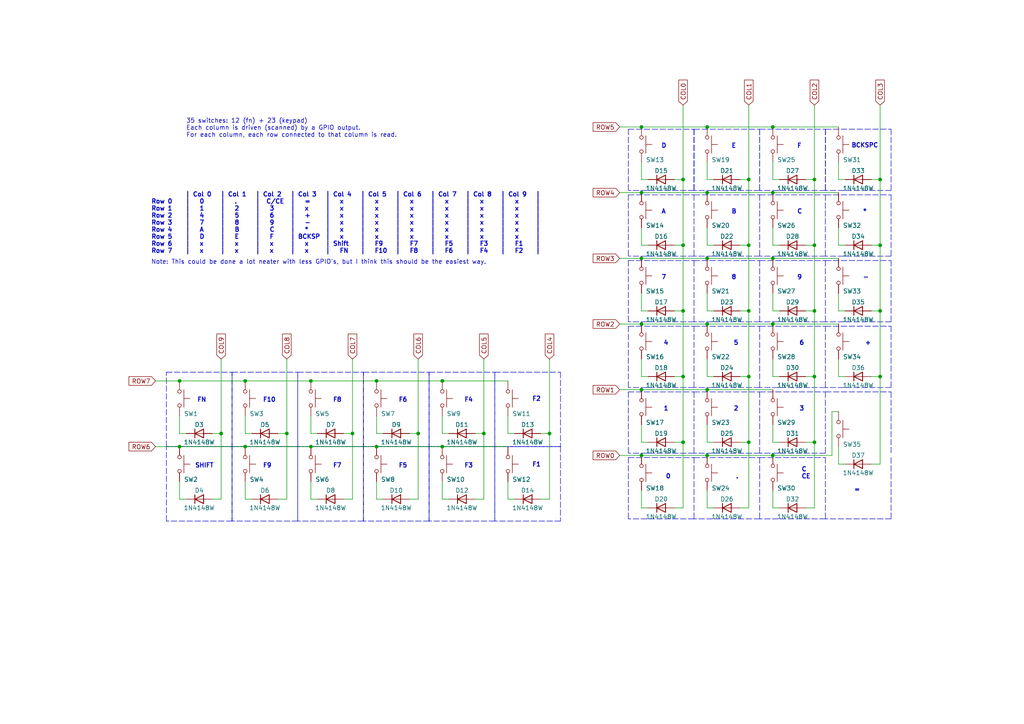
<source format=kicad_sch>
(kicad_sch (version 20211123) (generator eeschema)
  (paper "A4")
  (lib_symbols
    (symbol "Diode:1N4148W" (pin_numbers hide) (pin_names (offset 1.016) hide)
      (property "Reference" "D" (at 0 2.54 0))
      (property "Value" "1N4148W" (at 0 -2.54 0))
      (symbol "1N4148W_0_1"
        (polyline (pts (xy -1.27 1.27) (xy -1.27 -1.27)) (stroke (width 0.254)))
        (polyline (pts (xy 1.27 0) (xy -1.27 0)))
        (polyline (pts (xy 1.27 1.27) (xy 1.27 -1.27) (xy -1.27 0) (xy 1.27 1.27)) (stroke (width 0.254)))
      )
      (symbol "1N4148W_1_1"
        (pin passive line (at -3.81 0 0) (length 2.54) (name "K") (number "1"))
        (pin passive line (at 3.81 0 180) (length 2.54) (name "A") (number "2"))
      )
    )
    (symbol "Switch:SW_Push" (pin_numbers hide) (pin_names (offset 1.016) hide)
      (property "Reference" "SW" (at 1.27 2.54 0))
      (property "Value" "SW_Push" (at 0 -1.524 0))
      (symbol "SW_Push_0_1"
        (circle (center -2.032 0) (radius 0.508))
        (polyline (pts (xy 0 1.27) (xy 0 3.048)))
        (polyline (pts (xy 2.54 1.27) (xy -2.54 1.27)))
        (circle (center 2.032 0) (radius 0.508))
        (pin passive line (at -5.08 0 0) (length 2.54) (name "1") (number "1"))
        (pin passive line (at 5.08 0 180) (length 2.54) (name "2") (number "2"))
      )
    )
  )
  (junction (at 198.12 52.07))
  (junction (at 71.12 129.54))
  (junction (at 198.12 71.12))
  (junction (at 102.235 125.73))
  (junction (at 159.385 125.73))
  (junction (at 217.17 128.27))
  (junction (at 236.22 128.27))
  (junction (at 217.17 109.22))
  (junction (at 198.12 109.22))
  (junction (at 236.22 71.12))
  (junction (at 205.105 74.93))
  (junction (at 205.105 93.98))
  (junction (at 205.105 113.03))
  (junction (at 109.22 129.54))
  (junction (at 224.155 74.93))
  (junction (at 186.055 74.93))
  (junction (at 236.22 90.17))
  (junction (at 90.17 129.54))
  (junction (at 71.12 110.49))
  (junction (at 255.27 109.22))
  (junction (at 255.27 90.17))
  (junction (at 198.12 90.17))
  (junction (at 109.22 110.49))
  (junction (at 224.155 36.83))
  (junction (at 224.155 93.98))
  (junction (at 128.27 110.49))
  (junction (at 198.12 128.27))
  (junction (at 121.285 125.73))
  (junction (at 83.185 125.73))
  (junction (at 64.135 125.73))
  (junction (at 128.27 129.54))
  (junction (at 217.17 90.17))
  (junction (at 255.27 52.07))
  (junction (at 255.27 71.12))
  (junction (at 186.055 36.83))
  (junction (at 205.105 55.88))
  (junction (at 217.17 52.07))
  (junction (at 186.055 93.98))
  (junction (at 205.105 132.08))
  (junction (at 90.17 110.49))
  (junction (at 186.055 132.08))
  (junction (at 186.055 113.03))
  (junction (at 52.07 129.54))
  (junction (at 52.07 110.49))
  (junction (at 224.155 132.08))
  (junction (at 186.055 55.88))
  (junction (at 236.22 109.22))
  (junction (at 236.22 52.07))
  (junction (at 217.17 71.12))
  (junction (at 224.155 55.88))
  (junction (at 205.105 36.83))
  (junction (at 140.335 125.73))
  (wire (pts (xy 128.27 110.49) (xy 147.32 110.49)))
  (wire (pts (xy 224.155 52.07) (xy 224.155 46.99)))
  (polyline (pts (xy 143.51 151.13) (xy 143.51 129.54)))
  (wire (pts (xy 243.205 52.07) (xy 243.205 46.99)))
  (polyline (pts (xy 143.51 129.54) (xy 124.46 129.54)))
  (polyline (pts (xy 220.345 37.465) (xy 220.345 55.245)))
  (wire (pts (xy 186.055 90.17) (xy 186.055 85.09)))
  (wire (pts (xy 224.155 71.12) (xy 224.155 66.04)))
  (wire (pts (xy 217.17 90.17) (xy 217.17 109.22)))
  (wire (pts (xy 233.68 128.27) (xy 236.22 128.27)))
  (polyline (pts (xy 201.295 37.465) (xy 201.295 55.245)))
  (polyline (pts (xy 182.245 132.715) (xy 182.245 150.495)))
  (wire (pts (xy 224.155 36.83) (xy 243.205 36.83)))
  (wire (pts (xy 186.055 74.93) (xy 205.105 74.93)))
  (wire (pts (xy 128.27 125.73) (xy 128.27 120.65)))
  (wire (pts (xy 187.96 90.17) (xy 186.055 90.17)))
  (polyline (pts (xy 220.345 150.495) (xy 201.295 150.495)))
  (polyline (pts (xy 105.41 151.13) (xy 86.36 151.13)))
  (polyline (pts (xy 220.345 113.665) (xy 239.395 113.665)))
  (wire (pts (xy 252.73 52.07) (xy 255.27 52.07)))
  (polyline (pts (xy 182.245 113.665) (xy 201.295 113.665)))
  (polyline (pts (xy 239.395 94.615) (xy 258.445 94.615)))
  (wire (pts (xy 195.58 71.12) (xy 198.12 71.12)))
  (wire (pts (xy 186.055 128.27) (xy 186.055 123.19)))
  (wire (pts (xy 195.58 128.27) (xy 198.12 128.27)))
  (polyline (pts (xy 220.345 93.345) (xy 201.295 93.345)))
  (wire (pts (xy 233.68 71.12) (xy 236.22 71.12)))
  (wire (pts (xy 205.105 71.12) (xy 205.105 66.04)))
  (polyline (pts (xy 239.395 75.565) (xy 258.445 75.565)))
  (wire (pts (xy 198.12 109.22) (xy 198.12 128.27)))
  (wire (pts (xy 64.135 125.73) (xy 64.135 144.78)))
  (polyline (pts (xy 48.26 129.54) (xy 48.26 107.95)))
  (polyline (pts (xy 258.445 56.515) (xy 258.445 74.295)))
  (polyline (pts (xy 182.245 75.565) (xy 201.295 75.565)))
  (wire (pts (xy 186.055 52.07) (xy 186.055 46.99)))
  (wire (pts (xy 198.12 71.12) (xy 198.12 90.17)))
  (wire (pts (xy 252.73 109.22) (xy 255.27 109.22)))
  (polyline (pts (xy 162.56 129.54) (xy 162.56 151.13)))
  (wire (pts (xy 52.07 144.78) (xy 52.07 139.7)))
  (wire (pts (xy 217.17 71.12) (xy 217.17 90.17)))
  (wire (pts (xy 214.63 128.27) (xy 217.17 128.27)))
  (polyline (pts (xy 105.41 129.54) (xy 105.41 151.13)))
  (wire (pts (xy 159.385 104.14) (xy 159.385 125.73)))
  (wire (pts (xy 179.705 132.08) (xy 186.055 132.08)))
  (polyline (pts (xy 258.445 112.395) (xy 239.395 112.395)))
  (wire (pts (xy 205.105 74.93) (xy 224.155 74.93)))
  (wire (pts (xy 195.58 90.17) (xy 198.12 90.17)))
  (wire (pts (xy 207.01 147.32) (xy 205.105 147.32)))
  (wire (pts (xy 109.22 144.78) (xy 109.22 139.7)))
  (polyline (pts (xy 239.395 150.495) (xy 220.345 150.495)))
  (polyline (pts (xy 239.395 75.565) (xy 239.395 93.345)))
  (wire (pts (xy 243.205 71.12) (xy 243.205 66.04)))
  (polyline (pts (xy 220.345 56.515) (xy 220.345 74.295)))
  (polyline (pts (xy 258.445 93.345) (xy 239.395 93.345)))
  (wire (pts (xy 137.795 144.78) (xy 140.335 144.78)))
  (wire (pts (xy 92.075 125.73) (xy 90.17 125.73)))
  (polyline (pts (xy 67.31 129.54) (xy 48.26 129.54)))
  (polyline (pts (xy 124.46 129.54) (xy 124.46 151.13)))
  (polyline (pts (xy 201.295 56.515) (xy 201.295 74.295)))
  (wire (pts (xy 236.22 30.48) (xy 236.22 52.07)))
  (polyline (pts (xy 143.51 129.54) (xy 162.56 129.54)))
  (polyline (pts (xy 258.445 37.465) (xy 258.445 55.245)))
  (polyline (pts (xy 220.345 75.565) (xy 220.345 93.345)))
  (wire (pts (xy 90.17 110.49) (xy 109.22 110.49)))
  (wire (pts (xy 179.705 36.83) (xy 186.055 36.83)))
  (wire (pts (xy 214.63 52.07) (xy 217.17 52.07)))
  (wire (pts (xy 207.01 71.12) (xy 205.105 71.12)))
  (wire (pts (xy 186.055 132.08) (xy 205.105 132.08)))
  (polyline (pts (xy 258.445 150.495) (xy 239.395 150.495)))
  (wire (pts (xy 195.58 147.32) (xy 198.12 147.32)))
  (polyline (pts (xy 67.31 129.54) (xy 67.31 151.13)))
  (wire (pts (xy 205.105 109.22) (xy 205.105 104.14)))
  (wire (pts (xy 187.96 71.12) (xy 186.055 71.12)))
  (polyline (pts (xy 201.295 113.665) (xy 220.345 113.665)))
  (wire (pts (xy 52.07 125.73) (xy 52.07 120.65)))
  (wire (pts (xy 233.68 90.17) (xy 236.22 90.17)))
  (wire (pts (xy 186.055 93.98) (xy 205.105 93.98)))
  (wire (pts (xy 128.27 144.78) (xy 128.27 139.7)))
  (wire (pts (xy 187.96 128.27) (xy 186.055 128.27)))
  (wire (pts (xy 217.17 128.27) (xy 217.17 147.32)))
  (wire (pts (xy 236.22 71.12) (xy 236.22 90.17)))
  (wire (pts (xy 137.795 125.73) (xy 140.335 125.73)))
  (wire (pts (xy 121.285 104.14) (xy 121.285 125.73)))
  (polyline (pts (xy 239.395 37.465) (xy 258.445 37.465)))
  (wire (pts (xy 90.17 125.73) (xy 90.17 120.65)))
  (polyline (pts (xy 86.36 151.13) (xy 86.36 129.54)))
  (polyline (pts (xy 239.395 55.245) (xy 220.345 55.245)))
  (polyline (pts (xy 201.295 131.445) (xy 182.245 131.445)))
  (polyline (pts (xy 86.36 129.54) (xy 86.36 151.13)))
  (polyline (pts (xy 220.345 56.515) (xy 239.395 56.515)))
  (polyline (pts (xy 258.445 132.715) (xy 258.445 150.495)))
  (wire (pts (xy 45.085 129.54) (xy 52.07 129.54)))
  (polyline (pts (xy 162.56 151.13) (xy 143.51 151.13)))
  (polyline (pts (xy 143.51 107.95) (xy 162.56 107.95)))
  (wire (pts (xy 217.17 30.48) (xy 217.17 52.07)))
  (wire (pts (xy 109.22 125.73) (xy 109.22 120.65)))
  (polyline (pts (xy 258.445 94.615) (xy 258.445 112.395)))
  (wire (pts (xy 207.01 109.22) (xy 205.105 109.22)))
  (wire (pts (xy 45.085 110.49) (xy 52.07 110.49)))
  (wire (pts (xy 243.205 109.22) (xy 243.205 104.14)))
  (polyline (pts (xy 201.295 56.515) (xy 220.345 56.515)))
  (wire (pts (xy 140.335 104.14) (xy 140.335 125.73)))
  (polyline (pts (xy 86.36 151.13) (xy 67.31 151.13)))
  (wire (pts (xy 128.27 129.54) (xy 147.32 129.54)))
  (wire (pts (xy 241.3 119.38) (xy 243.205 119.38)))
  (wire (pts (xy 159.385 125.73) (xy 159.385 144.78)))
  (polyline (pts (xy 220.345 94.615) (xy 239.395 94.615)))
  (polyline (pts (xy 86.36 107.95) (xy 86.36 129.54)))
  (wire (pts (xy 255.27 109.22) (xy 255.27 134.62)))
  (polyline (pts (xy 201.295 94.615) (xy 201.295 112.395)))
  (wire (pts (xy 255.27 30.48) (xy 255.27 52.07)))
  (polyline (pts (xy 67.31 107.95) (xy 67.31 129.54)))
  (polyline (pts (xy 48.26 107.95) (xy 67.31 107.95)))
  (polyline (pts (xy 67.31 107.95) (xy 86.36 107.95)))
  (wire (pts (xy 186.055 71.12) (xy 186.055 66.04)))
  (polyline (pts (xy 220.345 75.565) (xy 239.395 75.565)))
  (polyline (pts (xy 220.345 132.715) (xy 220.345 150.495)))
  (polyline (pts (xy 239.395 113.665) (xy 239.395 131.445)))
  (wire (pts (xy 198.12 30.48) (xy 198.12 52.07)))
  (wire (pts (xy 195.58 52.07) (xy 198.12 52.07)))
  (polyline (pts (xy 239.395 112.395) (xy 220.345 112.395)))
  (polyline (pts (xy 220.345 131.445) (xy 201.295 131.445)))
  (wire (pts (xy 186.055 113.03) (xy 205.105 113.03)))
  (polyline (pts (xy 201.295 37.465) (xy 201.295 55.245)))
  (wire (pts (xy 205.105 90.17) (xy 205.105 85.09)))
  (polyline (pts (xy 239.395 56.515) (xy 258.445 56.515)))
  (wire (pts (xy 255.27 71.12) (xy 255.27 90.17)))
  (wire (pts (xy 149.225 144.78) (xy 147.32 144.78)))
  (wire (pts (xy 245.11 90.17) (xy 243.205 90.17)))
  (wire (pts (xy 207.01 52.07) (xy 205.105 52.07)))
  (polyline (pts (xy 239.395 113.665) (xy 258.445 113.665)))
  (wire (pts (xy 226.06 90.17) (xy 224.155 90.17)))
  (polyline (pts (xy 201.295 150.495) (xy 182.245 150.495)))
  (wire (pts (xy 111.125 125.73) (xy 109.22 125.73)))
  (wire (pts (xy 186.055 36.83) (xy 205.105 36.83)))
  (wire (pts (xy 73.025 125.73) (xy 71.12 125.73)))
  (wire (pts (xy 224.155 93.98) (xy 243.205 93.98)))
  (wire (pts (xy 187.96 147.32) (xy 186.055 147.32)))
  (polyline (pts (xy 201.295 132.715) (xy 220.345 132.715)))
  (polyline (pts (xy 201.295 55.245) (xy 182.245 55.245)))
  (wire (pts (xy 245.11 109.22) (xy 243.205 109.22)))
  (wire (pts (xy 92.075 144.78) (xy 90.17 144.78)))
  (wire (pts (xy 187.96 52.07) (xy 186.055 52.07)))
  (wire (pts (xy 52.07 110.49) (xy 71.12 110.49)))
  (polyline (pts (xy 220.345 94.615) (xy 220.345 112.395)))
  (wire (pts (xy 205.105 113.03) (xy 224.155 113.03)))
  (wire (pts (xy 224.155 109.22) (xy 224.155 104.14)))
  (wire (pts (xy 118.745 144.78) (xy 121.285 144.78)))
  (wire (pts (xy 83.185 125.73) (xy 83.185 144.78)))
  (wire (pts (xy 149.225 125.73) (xy 147.32 125.73)))
  (polyline (pts (xy 258.445 75.565) (xy 258.445 93.345)))
  (polyline (pts (xy 201.295 94.615) (xy 220.345 94.615)))
  (wire (pts (xy 252.73 90.17) (xy 255.27 90.17)))
  (polyline (pts (xy 105.41 129.54) (xy 105.41 107.95)))
  (polyline (pts (xy 67.31 129.54) (xy 86.36 129.54)))
  (polyline (pts (xy 258.445 113.665) (xy 258.445 131.445)))
  (wire (pts (xy 243.205 129.54) (xy 243.205 134.62)))
  (wire (pts (xy 236.22 52.07) (xy 236.22 71.12)))
  (polyline (pts (xy 220.345 112.395) (xy 201.295 112.395)))
  (wire (pts (xy 90.17 144.78) (xy 90.17 139.7)))
  (polyline (pts (xy 105.41 129.54) (xy 124.46 129.54)))
  (wire (pts (xy 71.12 125.73) (xy 71.12 120.65)))
  (wire (pts (xy 130.175 125.73) (xy 128.27 125.73)))
  (polyline (pts (xy 143.51 107.95) (xy 143.51 129.54)))
  (polyline (pts (xy 182.245 37.465) (xy 201.295 37.465)))
  (polyline (pts (xy 182.245 132.715) (xy 201.295 132.715)))
  (polyline (pts (xy 239.395 131.445) (xy 220.345 131.445)))
  (wire (pts (xy 198.12 128.27) (xy 198.12 147.32)))
  (wire (pts (xy 121.285 125.73) (xy 121.285 144.78)))
  (wire (pts (xy 217.17 52.07) (xy 217.17 71.12)))
  (wire (pts (xy 179.705 55.88) (xy 186.055 55.88)))
  (polyline (pts (xy 124.46 129.54) (xy 143.51 129.54)))
  (wire (pts (xy 214.63 147.32) (xy 217.17 147.32)))
  (wire (pts (xy 53.975 125.73) (xy 52.07 125.73)))
  (polyline (pts (xy 86.36 129.54) (xy 86.36 107.95)))
  (wire (pts (xy 111.125 144.78) (xy 109.22 144.78)))
  (polyline (pts (xy 124.46 151.13) (xy 124.46 129.54)))
  (wire (pts (xy 130.175 144.78) (xy 128.27 144.78)))
  (wire (pts (xy 99.695 125.73) (xy 102.235 125.73)))
  (wire (pts (xy 224.155 55.88) (xy 243.205 55.88)))
  (polyline (pts (xy 162.56 107.95) (xy 162.56 129.54)))
  (wire (pts (xy 53.975 144.78) (xy 52.07 144.78)))
  (wire (pts (xy 90.17 129.54) (xy 109.22 129.54)))
  (wire (pts (xy 226.06 147.32) (xy 224.155 147.32)))
  (polyline (pts (xy 201.295 75.565) (xy 201.295 93.345)))
  (polyline (pts (xy 239.395 94.615) (xy 239.395 112.395)))
  (polyline (pts (xy 86.36 129.54) (xy 67.31 129.54)))
  (wire (pts (xy 224.155 128.27) (xy 224.155 123.19)))
  (wire (pts (xy 245.11 134.62) (xy 243.205 134.62)))
  (wire (pts (xy 186.055 147.32) (xy 186.055 142.24)))
  (polyline (pts (xy 105.41 129.54) (xy 86.36 129.54)))
  (polyline (pts (xy 67.31 151.13) (xy 48.26 151.13)))
  (polyline (pts (xy 182.245 113.665) (xy 182.245 131.445)))
  (wire (pts (xy 179.705 74.93) (xy 186.055 74.93)))
  (polyline (pts (xy 182.245 56.515) (xy 182.245 74.295)))
  (wire (pts (xy 102.235 104.14) (xy 102.235 125.73)))
  (polyline (pts (xy 86.36 107.95) (xy 105.41 107.95)))
  (wire (pts (xy 214.63 109.22) (xy 217.17 109.22)))
  (wire (pts (xy 205.105 147.32) (xy 205.105 142.24)))
  (wire (pts (xy 71.12 144.78) (xy 71.12 139.7)))
  (polyline (pts (xy 143.51 129.54) (xy 143.51 107.95)))
  (polyline (pts (xy 201.295 113.665) (xy 201.295 131.445)))
  (wire (pts (xy 61.595 125.73) (xy 64.135 125.73)))
  (polyline (pts (xy 239.395 74.295) (xy 220.345 74.295)))
  (polyline (pts (xy 124.46 107.95) (xy 124.46 129.54)))
  (wire (pts (xy 179.705 113.03) (xy 186.055 113.03)))
  (polyline (pts (xy 201.295 37.465) (xy 220.345 37.465)))
  (polyline (pts (xy 143.51 129.54) (xy 143.51 151.13)))
  (wire (pts (xy 255.27 90.17) (xy 255.27 109.22)))
  (wire (pts (xy 241.3 132.08) (xy 241.3 119.38)))
  (wire (pts (xy 233.68 147.32) (xy 236.22 147.32)))
  (wire (pts (xy 195.58 109.22) (xy 198.12 109.22)))
  (polyline (pts (xy 124.46 129.54) (xy 124.46 107.95)))
  (wire (pts (xy 243.205 90.17) (xy 243.205 85.09)))
  (wire (pts (xy 224.155 132.08) (xy 241.3 132.08)))
  (wire (pts (xy 156.845 144.78) (xy 159.385 144.78)))
  (wire (pts (xy 255.27 52.07) (xy 255.27 71.12)))
  (polyline (pts (xy 220.345 37.465) (xy 239.395 37.465)))
  (polyline (pts (xy 162.56 129.54) (xy 143.51 129.54)))
  (wire (pts (xy 226.06 128.27) (xy 224.155 128.27)))
  (wire (pts (xy 224.155 147.32) (xy 224.155 142.24)))
  (wire (pts (xy 109.22 110.49) (xy 128.27 110.49)))
  (polyline (pts (xy 201.295 75.565) (xy 220.345 75.565)))
  (wire (pts (xy 186.055 109.22) (xy 186.055 104.14)))
  (polyline (pts (xy 182.245 37.465) (xy 182.245 55.245)))
  (polyline (pts (xy 67.31 129.54) (xy 67.31 107.95)))
  (wire (pts (xy 147.32 125.73) (xy 147.32 120.65)))
  (polyline (pts (xy 201.295 112.395) (xy 182.245 112.395)))
  (polyline (pts (xy 124.46 151.13) (xy 105.41 151.13)))
  (wire (pts (xy 205.105 55.88) (xy 224.155 55.88)))
  (wire (pts (xy 245.11 71.12) (xy 243.205 71.12)))
  (polyline (pts (xy 105.41 107.95) (xy 124.46 107.95)))
  (polyline (pts (xy 105.41 151.13) (xy 105.41 129.54)))
  (polyline (pts (xy 105.41 107.95) (xy 105.41 129.54)))
  (wire (pts (xy 217.17 109.22) (xy 217.17 128.27)))
  (wire (pts (xy 156.845 125.73) (xy 159.385 125.73)))
  (polyline (pts (xy 201.295 132.715) (xy 201.295 150.495)))
  (polyline (pts (xy 182.245 94.615) (xy 201.295 94.615)))
  (wire (pts (xy 52.07 129.54) (xy 71.12 129.54)))
  (wire (pts (xy 187.96 109.22) (xy 186.055 109.22)))
  (polyline (pts (xy 201.295 93.345) (xy 182.245 93.345)))
  (wire (pts (xy 207.01 128.27) (xy 205.105 128.27)))
  (polyline (pts (xy 182.245 56.515) (xy 201.295 56.515)))
  (wire (pts (xy 214.63 90.17) (xy 217.17 90.17)))
  (polyline (pts (xy 124.46 129.54) (xy 105.41 129.54)))
  (wire (pts (xy 226.06 52.07) (xy 224.155 52.07)))
  (wire (pts (xy 205.105 128.27) (xy 205.105 123.19)))
  (polyline (pts (xy 220.345 74.295) (xy 201.295 74.295)))
  (wire (pts (xy 224.155 90.17) (xy 224.155 85.09)))
  (wire (pts (xy 252.73 134.62) (xy 255.27 134.62)))
  (polyline (pts (xy 67.31 151.13) (xy 67.31 129.54)))
  (wire (pts (xy 207.01 90.17) (xy 205.105 90.17)))
  (wire (pts (xy 214.63 71.12) (xy 217.17 71.12)))
  (wire (pts (xy 64.135 104.14) (xy 64.135 125.73)))
  (wire (pts (xy 80.645 144.78) (xy 83.185 144.78)))
  (wire (pts (xy 236.22 109.22) (xy 236.22 128.27)))
  (polyline (pts (xy 239.395 56.515) (xy 239.395 74.295)))
  (wire (pts (xy 236.22 128.27) (xy 236.22 147.32)))
  (wire (pts (xy 226.06 109.22) (xy 224.155 109.22)))
  (wire (pts (xy 102.235 125.73) (xy 102.235 144.78)))
  (polyline (pts (xy 220.345 37.465) (xy 220.345 55.245)))
  (polyline (pts (xy 182.245 75.565) (xy 182.245 93.345)))
  (wire (pts (xy 224.155 74.93) (xy 243.205 74.93)))
  (wire (pts (xy 140.335 125.73) (xy 140.335 144.78)))
  (wire (pts (xy 233.68 52.07) (xy 236.22 52.07)))
  (wire (pts (xy 80.645 125.73) (xy 83.185 125.73)))
  (polyline (pts (xy 182.245 94.615) (xy 182.245 112.395)))
  (wire (pts (xy 186.055 55.88) (xy 205.105 55.88)))
  (wire (pts (xy 205.105 36.83) (xy 224.155 36.83)))
  (wire (pts (xy 71.12 110.49) (xy 90.17 110.49)))
  (polyline (pts (xy 220.345 113.665) (xy 220.345 131.445)))
  (wire (pts (xy 205.105 52.07) (xy 205.105 46.99)))
  (wire (pts (xy 147.32 144.78) (xy 147.32 139.7)))
  (wire (pts (xy 61.595 144.78) (xy 64.135 144.78)))
  (wire (pts (xy 109.22 129.54) (xy 128.27 129.54)))
  (polyline (pts (xy 220.345 132.715) (xy 239.395 132.715)))
  (wire (pts (xy 233.68 109.22) (xy 236.22 109.22)))
  (polyline (pts (xy 239.395 132.715) (xy 239.395 150.495)))
  (wire (pts (xy 73.025 144.78) (xy 71.12 144.78)))
  (wire (pts (xy 226.06 71.12) (xy 224.155 71.12)))
  (wire (pts (xy 198.12 90.17) (xy 198.12 109.22)))
  (polyline (pts (xy 143.51 151.13) (xy 124.46 151.13)))
  (polyline (pts (xy 124.46 107.95) (xy 143.51 107.95)))
  (polyline (pts (xy 239.395 37.465) (xy 239.395 55.245)))
  (wire (pts (xy 118.745 125.73) (xy 121.285 125.73)))
  (polyline (pts (xy 258.445 55.245) (xy 239.395 55.245)))
  (polyline (pts (xy 258.445 74.295) (xy 239.395 74.295)))
  (wire (pts (xy 252.73 71.12) (xy 255.27 71.12)))
  (polyline (pts (xy 239.395 93.345) (xy 220.345 93.345)))
  (wire (pts (xy 205.105 93.98) (xy 224.155 93.98)))
  (wire (pts (xy 245.11 52.07) (xy 243.205 52.07)))
  (wire (pts (xy 179.705 93.98) (xy 186.055 93.98)))
  (wire (pts (xy 198.12 52.07) (xy 198.12 71.12)))
  (polyline (pts (xy 48.26 151.13) (xy 48.26 129.54)))
  (polyline (pts (xy 86.36 129.54) (xy 105.41 129.54)))
  (wire (pts (xy 236.22 90.17) (xy 236.22 109.22)))
  (polyline (pts (xy 239.395 37.465) (xy 239.395 55.245)))
  (wire (pts (xy 99.695 144.78) (xy 102.235 144.78)))
  (wire (pts (xy 71.12 129.54) (xy 90.17 129.54)))
  (wire (pts (xy 83.185 104.14) (xy 83.185 125.73)))
  (polyline (pts (xy 220.345 55.245) (xy 201.295 55.245)))
  (polyline (pts (xy 201.295 74.295) (xy 182.245 74.295)))
  (wire (pts (xy 205.105 132.08) (xy 224.155 132.08)))
  (polyline (pts (xy 48.26 129.54) (xy 67.31 129.54)))
  (text "F6" (at 115.57 116.84 0) (effects (font (size 1.27 1.27) bold) (justify left bottom)))
  (text "0" (at 193.04 139.065 0) (effects (font (size 1.27 1.27) (thickness 0.254) bold) (justify left bottom)))
  (text "SHIFT" (at 56.515 135.89 0) (effects (font (size 1.27 1.27) (thickness 0.254) bold) (justify left bottom)))
  (text "		| Col 0	| Col 1	| Col 2	| Col 3	| Col 4	| Col 5	| Col 6	| Col 7	| Col 8	| Col 9	| \nRow 0 	|   0	|   .	|  C/CE	|   =	|   x	|   x	|   x	|   x	|   x	|   x	|\nRow 1 	|   1	|   2	|   3	|   x	|   x	|   x	|   x	|   x	|   x	|   x	|\nRow 2 	|   4	|   5	|   6	|   +	|   x	|   x	|   x	|   x	|   x	|   x	|\nRow 3 	|   7	|   8	|   9	|   -	|   x	|   x	|   x	|   x	|   x	|   x	|\nRow 4 	|   A	|   B	|   C	|   *	|   x	|   x	|   x	|   x	|   x	|   x	|\nRow 5 	|   D	|   E	|   F	| BCKSP	|   x	|   x	|   x	|   x	|   x	|   x	|\nRow 6 	|   x	|   x	|   x	|   x	| Shift	|   F9	|   F7	|   F5	|   F3	|   F1	|\nRow 7 	|   x	|   x	|   x	|   x	|   FN	|   F10	|   F8	|   F6	|   F4	|   F2	|" (at 43.815 73.66 0) (effects (font (size 1.27 1.27) (thickness 0.254) bold) (justify left bottom)))
  (text "E" (at 212.09 43.18 0) (effects (font (size 1.27 1.27) bold) (justify left bottom)))
  (text "Note: This could be done a lot neater with less GPIO's, but I think this should be the easiest way." (at 43.815 76.835 0) (effects (font (size 1.27 1.27)) (justify left bottom)))
  (text "F2" (at 154.305 116.5736 0) (effects (font (size 1.27 1.27) bold) (justify left bottom)))
  (text "B" (at 212.09 62.23 0) (effects (font (size 1.27 1.27) bold) (justify left bottom)))
  (text "A" (at 191.77 62.23 0) (effects (font (size 1.27 1.27) (thickness 0.254) bold) (justify left bottom)))
  (text "C\nCE" (at 232.41 139.065 0) (effects (font (size 1.27 1.27) bold) (justify left bottom)))
  (text "7" (at 191.77 81.28 0) (effects (font (size 1.27 1.27) (thickness 0.254) bold) (justify left bottom)))
  (text "*" (at 250.19 62.23 0) (effects (font (size 1.27 1.27) bold) (justify left bottom)))
  (text "." (at 213.36 139.065 0) (effects (font (size 1.27 1.27) bold) (justify left bottom)))
  (text "C" (at 231.14 62.23 0) (effects (font (size 1.27 1.27) bold) (justify left bottom)))
  (text "F8" (at 96.52 116.84 0) (effects (font (size 1.27 1.27) bold) (justify left bottom)))
  (text "F10" (at 76.2 116.84 0) (effects (font (size 1.27 1.27) (thickness 0.254) bold) (justify left bottom)))
  (text "5" (at 212.725 100.33 0) (effects (font (size 1.27 1.27) bold) (justify left bottom)))
  (text "35 switches: 12 (fn) + 23 (keypad)\nEach column is driven (scanned) by a GPIO output. \nFor each column, each row connected to that column is read." (at 53.975 40.005 0) (effects (font (size 1.27 1.27)) (justify left bottom)))
  (text "1" (at 192.405 119.38 0) (effects (font (size 1.27 1.27) (thickness 0.254) bold) (justify left bottom)))
  (text "3" (at 231.775 119.38 0) (effects (font (size 1.27 1.27) bold) (justify left bottom)))
  (text "2" (at 212.725 119.38 0) (effects (font (size 1.27 1.27) bold) (justify left bottom)))
  (text "8" (at 212.09 81.28 0) (effects (font (size 1.27 1.27) bold) (justify left bottom)))
  (text "=" (at 247.65 142.875 0) (effects (font (size 1.27 1.27) bold) (justify left bottom)))
  (text "F1" (at 154.305 135.6236 0) (effects (font (size 1.27 1.27) bold) (justify left bottom)))
  (text "BCKSPC" (at 246.888 43.053 0) (effects (font (size 1.27 1.27) bold) (justify left bottom)))
  (text "-" (at 250.19 81.28 0) (effects (font (size 1.27 1.27) bold) (justify left bottom)))
  (text "F5" (at 115.57 135.89 0) (effects (font (size 1.27 1.27) bold) (justify left bottom)))
  (text "4" (at 192.405 100.33 0) (effects (font (size 1.27 1.27) (thickness 0.254) bold) (justify left bottom)))
  (text "+" (at 250.825 100.33 0) (effects (font (size 1.27 1.27) bold) (justify left bottom)))
  (text "F3" (at 134.62 135.89 0) (effects (font (size 1.27 1.27) bold) (justify left bottom)))
  (text "F9" (at 76.2 135.89 0) (effects (font (size 1.27 1.27) (thickness 0.254) bold) (justify left bottom)))
  (text "F7" (at 96.52 135.89 0) (effects (font (size 1.27 1.27) bold) (justify left bottom)))
  (text "FN" (at 57.15 116.84 0) (effects (font (size 1.27 1.27) (thickness 0.254) bold) (justify left bottom)))
  (text "F4" (at 134.62 116.84 0) (effects (font (size 1.27 1.27) bold) (justify left bottom)))
  (text "F" (at 231.14 43.18 0) (effects (font (size 1.27 1.27) bold) (justify left bottom)))
  (text "D" (at 191.77 43.18 0) (effects (font (size 1.27 1.27) (thickness 0.254) bold) (justify left bottom)))
  (text "6" (at 231.775 100.33 0) (effects (font (size 1.27 1.27) bold) (justify left bottom)))
  (text "9" (at 231.14 81.28 0) (effects (font (size 1.27 1.27) bold) (justify left bottom)))
  (global_label "ROW7" (shape input) (at 45.085 110.49 180) (property "Intersheet References" "${INTERSHEET_REFS}" (effects hide)))
  (global_label "ROW2" (shape input) (at 179.705 93.98 180) (property "Intersheet References" "${INTERSHEET_REFS}" (effects hide)))
  (global_label "COL8" (shape input) (at 83.185 104.14 90) (property "Intersheet References" "${INTERSHEET_REFS}" (effects hide)))
  (global_label "COL6" (shape input) (at 121.285 104.14 90) (property "Intersheet References" "${INTERSHEET_REFS}" (effects hide)))
  (global_label "COL7" (shape input) (at 102.235 104.14 90) (property "Intersheet References" "${INTERSHEET_REFS}" (effects hide)))
  (global_label "COL3" (shape input) (at 255.27 30.48 90) (property "Intersheet References" "${INTERSHEET_REFS}" (effects hide)))
  (global_label "COL1" (shape input) (at 217.17 30.48 90) (property "Intersheet References" "${INTERSHEET_REFS}" (effects hide)))
  (global_label "COL5" (shape input) (at 140.335 104.14 90) (property "Intersheet References" "${INTERSHEET_REFS}" (effects hide)))
  (global_label "ROW0" (shape input) (at 179.705 132.08 180) (property "Intersheet References" "${INTERSHEET_REFS}" (effects hide)))
  (global_label "ROW1" (shape input) (at 179.705 113.03 180) (property "Intersheet References" "${INTERSHEET_REFS}" (effects hide)))
  (global_label "ROW5" (shape input) (at 179.705 36.83 180) (property "Intersheet References" "${INTERSHEET_REFS}" (effects hide)))
  (global_label "COL2" (shape input) (at 236.22 30.48 90) (property "Intersheet References" "${INTERSHEET_REFS}" (effects hide)))
  (global_label "COL0" (shape input) (at 198.12 30.48 90) (property "Intersheet References" "${INTERSHEET_REFS}" (effects hide)))
  (global_label "ROW6" (shape input) (at 45.085 129.54 180) (property "Intersheet References" "${INTERSHEET_REFS}" (effects hide)))
  (global_label "ROW3" (shape input) (at 179.705 74.93 180) (property "Intersheet References" "${INTERSHEET_REFS}" (effects hide)))
  (global_label "ROW4" (shape input) (at 179.7138 55.88 180) (property "Intersheet References" "${INTERSHEET_REFS}" (effects hide)))
  (global_label "COL9" (shape input) (at 64.135 104.14 90) (property "Intersheet References" "${INTERSHEET_REFS}" (effects hide)))
  (global_label "COL4" (shape input) (at 159.385 104.14 90) (property "Intersheet References" "${INTERSHEET_REFS}" (effects hide)))
  (symbol (lib_id "Diode:1N4148W") (at 210.82 52.07 0) (unit 1)
    (property "Reference" "D21" (at 210.82 49.53 0))
    (property "Value" "1N4148W" (at 210.82 54.61 0))
    (property "Footprint" "Diode_SMD:D_SOD-123" (effects hide))
    (property "Datasheet" "https://www.vishay.com/docs/85748/1n4148w.pdf" (effects hide))
  )
  (symbol (lib_id "Diode:1N4148W") (at 133.985 125.73 0) (unit 1)
    (property "Reference" "D11" (at 133.985 123.19 0))
    (property "Value" "1N4148W" (at 133.985 128.27 0))
    (property "Footprint" "Diode_SMD:D_SOD-123" (effects hide))
    (property "Datasheet" "https://www.vishay.com/docs/85748/1n4148w.pdf" (effects hide))
  )
  (symbol (lib_id "Diode:1N4148W") (at 191.77 71.12 0) (unit 1)
    (property "Reference" "D16" (at 191.77 68.58 0))
    (property "Value" "1N4148W" (at 191.77 73.66 0))
    (property "Footprint" "Diode_SMD:D_SOD-123" (effects hide))
    (property "Datasheet" "https://www.vishay.com/docs/85748/1n4148w.pdf" (effects hide))
  )
  (symbol (lib_id "Diode:1N4148W") (at 191.77 52.07 0) (unit 1)
    (property "Reference" "D15" (at 191.77 49.53 0))
    (property "Value" "1N4148W" (at 191.77 54.61 0))
    (property "Footprint" "Diode_SMD:D_SOD-123" (effects hide))
    (property "Datasheet" "https://www.vishay.com/docs/85748/1n4148w.pdf" (effects hide))
  )
  (symbol (lib_id "Switch:SW_Push") (at 205.105 80.01 270) (unit 1)
    (property "Reference" "SW21" (at 206.375 84.455 90) (effects (justify left)))
    (property "Value" "SW_Push" (effects hide))
    (property "Footprint" "kailh_choc_keys:Kailh_socket_PG1350" (effects hide))
  )
  (symbol (lib_id "Switch:SW_Push") (at 224.155 118.11 270) (unit 1)
    (property "Reference" "SW29" (at 225.425 122.555 90) (effects (justify left)))
    (property "Value" "SW_Push" (effects hide))
    (property "Footprint" "kailh_choc_keys:Kailh_socket_PG1350" (effects hide))
  )
  (symbol (lib_id "Switch:SW_Push") (at 90.17 134.62 270) (unit 1)
    (property "Reference" "SW6" (at 91.44 139.065 90) (effects (justify left)))
    (property "Value" "SW_Push" (effects hide))
    (property "Footprint" "kailh_choc_keys:Kailh_socket_PG1350" (effects hide))
  )
  (symbol (lib_id "Diode:1N4148W") (at 95.885 144.78 0) (unit 1)
    (property "Reference" "D8" (at 95.885 142.24 0))
    (property "Value" "1N4148W" (at 95.885 147.32 0))
    (property "Footprint" "Diode_SMD:D_SOD-123" (effects hide))
    (property "Datasheet" "https://www.vishay.com/docs/85748/1n4148w.pdf" (effects hide))
  )
  (symbol (lib_id "Diode:1N4148W") (at 95.885 125.73 0) (unit 1)
    (property "Reference" "D7" (at 95.885 123.19 0))
    (property "Value" "1N4148W" (at 95.885 128.27 0))
    (property "Footprint" "Diode_SMD:D_SOD-123" (effects hide))
    (property "Datasheet" "https://www.vishay.com/docs/85748/1n4148w.pdf" (effects hide))
  )
  (symbol (lib_id "Switch:SW_Push") (at 243.205 41.91 270) (unit 1)
    (property "Reference" "SW31" (at 244.475 46.355 90) (effects (justify left)))
    (property "Value" "SW_Push" (effects hide))
    (property "Footprint" "kailh_choc_keys:Kailh_socket_PG1350" (effects hide))
  )
  (symbol (lib_id "Switch:SW_Push") (at 205.105 99.06 270) (unit 1)
    (property "Reference" "SW22" (at 206.375 103.505 90) (effects (justify left)))
    (property "Value" "SW_Push" (effects hide))
    (property "Footprint" "kailh_choc_keys:Kailh_socket_PG1350" (effects hide))
  )
  (symbol (lib_id "Diode:1N4148W") (at 229.87 128.27 0) (unit 1)
    (property "Reference" "D31" (at 229.87 125.73 0))
    (property "Value" "1N4148W" (at 229.87 130.81 0))
    (property "Footprint" "Diode_SMD:D_SOD-123" (effects hide))
    (property "Datasheet" "https://www.vishay.com/docs/85748/1n4148w.pdf" (effects hide))
  )
  (symbol (lib_id "Switch:SW_Push") (at 109.22 134.62 270) (unit 1)
    (property "Reference" "SW8" (at 110.49 139.065 90) (effects (justify left)))
    (property "Value" "SW_Push" (effects hide))
    (property "Footprint" "kailh_choc_keys:Kailh_socket_PG1350" (effects hide))
  )
  (symbol (lib_id "Switch:SW_Push") (at 186.055 137.16 270) (unit 1)
    (property "Reference" "SW18" (at 187.325 141.605 90) (effects (justify left)))
    (property "Value" "SW_Push" (effects hide))
    (property "Footprint" "kailh_choc_keys:Kailh_socket_PG1350" (effects hide))
  )
  (symbol (lib_id "Diode:1N4148W") (at 229.87 109.22 0) (unit 1)
    (property "Reference" "D30" (at 229.87 106.68 0))
    (property "Value" "1N4148W" (at 229.87 111.76 0))
    (property "Footprint" "Diode_SMD:D_SOD-123" (effects hide))
    (property "Datasheet" "https://www.vishay.com/docs/85748/1n4148w.pdf" (effects hide))
  )
  (symbol (lib_id "Switch:SW_Push") (at 205.105 137.16 270) (unit 1)
    (property "Reference" "SW24" (at 206.375 141.605 90) (effects (justify left)))
    (property "Value" "SW_Push" (effects hide))
    (property "Footprint" "kailh_choc_keys:Kailh_socket_PG1350" (effects hide))
  )
  (symbol (lib_id "Switch:SW_Push") (at 109.22 115.57 270) (unit 1)
    (property "Reference" "SW7" (at 110.49 120.015 90) (effects (justify left)))
    (property "Value" "SW_Push" (effects hide))
    (property "Footprint" "kailh_choc_keys:Kailh_socket_PG1350" (effects hide))
  )
  (symbol (lib_id "Diode:1N4148W") (at 248.92 90.17 0) (unit 1)
    (property "Reference" "D35" (at 248.92 87.63 0))
    (property "Value" "1N4148W" (at 248.92 92.71 0))
    (property "Footprint" "Diode_SMD:D_SOD-123" (effects hide))
    (property "Datasheet" "https://www.vishay.com/docs/85748/1n4148w.pdf" (effects hide))
  )
  (symbol (lib_id "Diode:1N4148W") (at 248.92 134.62 0) (unit 1)
    (property "Reference" "D37" (at 248.92 132.08 0))
    (property "Value" "1N4148W" (at 248.92 137.16 0))
    (property "Footprint" "Diode_SMD:D_SOD-123" (effects hide))
    (property "Datasheet" "https://www.vishay.com/docs/85748/1n4148w.pdf" (effects hide))
  )
  (symbol (lib_id "Switch:SW_Push") (at 224.155 137.16 270) (unit 1)
    (property "Reference" "SW30" (at 225.425 141.605 90) (effects (justify left)))
    (property "Value" "SW_Push" (effects hide))
    (property "Footprint" "kailh_choc_keys:Kailh_socket_PG1350" (effects hide))
  )
  (symbol (lib_id "Switch:SW_Push") (at 243.205 60.96 270) (unit 1)
    (property "Reference" "SW32" (at 244.475 65.405 90) (effects (justify left)))
    (property "Value" "SW_Push" (effects hide))
    (property "Footprint" "kailh_choc_keys:Kailh_socket_PG1350" (effects hide))
  )
  (symbol (lib_id "Diode:1N4148W") (at 229.87 147.32 0) (unit 1)
    (property "Reference" "D32" (at 229.87 144.78 0))
    (property "Value" "1N4148W" (at 229.87 149.86 0))
    (property "Footprint" "Diode_SMD:D_SOD-123" (effects hide))
    (property "Datasheet" "https://www.vishay.com/docs/85748/1n4148w.pdf" (effects hide))
  )
  (symbol (lib_id "Diode:1N4148W") (at 210.82 109.22 0) (unit 1)
    (property "Reference" "D24" (at 210.82 106.68 0))
    (property "Value" "1N4148W" (at 210.82 111.76 0))
    (property "Footprint" "Diode_SMD:D_SOD-123" (effects hide))
    (property "Datasheet" "https://www.vishay.com/docs/85748/1n4148w.pdf" (effects hide))
  )
  (symbol (lib_id "Switch:SW_Push") (at 205.105 118.11 270) (unit 1)
    (property "Reference" "SW23" (at 206.375 122.555 90) (effects (justify left)))
    (property "Value" "SW_Push" (effects hide))
    (property "Footprint" "kailh_choc_keys:Kailh_socket_PG1350" (effects hide))
  )
  (symbol (lib_id "Diode:1N4148W") (at 210.82 90.17 0) (unit 1)
    (property "Reference" "D23" (at 210.82 87.63 0))
    (property "Value" "1N4148W" (at 210.82 92.71 0))
    (property "Footprint" "Diode_SMD:D_SOD-123" (effects hide))
    (property "Datasheet" "https://www.vishay.com/docs/85748/1n4148w.pdf" (effects hide))
  )
  (symbol (lib_id "Diode:1N4148W") (at 229.87 71.12 0) (unit 1)
    (property "Reference" "D28" (at 229.87 68.58 0))
    (property "Value" "1N4148W" (at 229.87 73.66 0))
    (property "Footprint" "Diode_SMD:D_SOD-123" (effects hide))
    (property "Datasheet" "https://www.vishay.com/docs/85748/1n4148w.pdf" (effects hide))
  )
  (symbol (lib_id "Switch:SW_Push") (at 186.055 99.06 270) (unit 1)
    (property "Reference" "SW16" (at 187.325 103.505 90) (effects (justify left)))
    (property "Value" "SW_Push" (effects hide))
    (property "Footprint" "kailh_choc_keys:Kailh_socket_PG1350" (effects hide))
  )
  (symbol (lib_id "Diode:1N4148W") (at 248.92 52.07 0) (unit 1)
    (property "Reference" "D33" (at 248.92 49.53 0))
    (property "Value" "1N4148W" (at 248.92 54.61 0))
    (property "Footprint" "Diode_SMD:D_SOD-123" (effects hide))
    (property "Datasheet" "https://www.vishay.com/docs/85748/1n4148w.pdf" (effects hide))
  )
  (symbol (lib_id "Diode:1N4148W") (at 210.82 71.12 0) (unit 1)
    (property "Reference" "D22" (at 210.82 68.58 0))
    (property "Value" "1N4148W" (at 210.82 73.66 0))
    (property "Footprint" "Diode_SMD:D_SOD-123" (effects hide))
    (property "Datasheet" "https://www.vishay.com/docs/85748/1n4148w.pdf" (effects hide))
  )
  (symbol (lib_id "Switch:SW_Push") (at 52.07 115.57 270) (unit 1)
    (property "Reference" "SW1" (at 53.34 120.015 90) (effects (justify left)))
    (property "Value" "SW_Push" (effects hide))
    (property "Footprint" "kailh_choc_keys:Kailh_socket_PG1350" (effects hide))
  )
  (symbol (lib_id "Diode:1N4148W") (at 248.92 71.12 0) (unit 1)
    (property "Reference" "D34" (at 248.92 68.58 0))
    (property "Value" "1N4148W" (at 248.92 73.66 0))
    (property "Footprint" "Diode_SMD:D_SOD-123" (effects hide))
    (property "Datasheet" "https://www.vishay.com/docs/85748/1n4148w.pdf" (effects hide))
  )
  (symbol (lib_id "Switch:SW_Push") (at 186.055 41.91 270) (unit 1)
    (property "Reference" "SW13" (at 187.325 46.355 90) (effects (justify left)))
    (property "Value" "SW_Push" (effects hide))
    (property "Footprint" "kailh_choc_keys:Kailh_socket_PG1350" (effects hide))
  )
  (symbol (lib_id "Diode:1N4148W") (at 153.035 144.78 0) (unit 1)
    (property "Reference" "D14" (at 153.035 142.24 0))
    (property "Value" "1N4148W" (at 153.035 147.32 0))
    (property "Footprint" "Diode_SMD:D_SOD-123" (effects hide))
    (property "Datasheet" "https://www.vishay.com/docs/85748/1n4148w.pdf" (effects hide))
  )
  (symbol (lib_id "Switch:SW_Push") (at 186.055 118.11 270) (unit 1)
    (property "Reference" "SW17" (at 187.325 122.555 90) (effects (justify left)))
    (property "Value" "SW_Push" (effects hide))
    (property "Footprint" "kailh_choc_keys:Kailh_socket_PG1350" (effects hide))
  )
  (symbol (lib_id "Switch:SW_Push") (at 71.12 115.57 270) (unit 1)
    (property "Reference" "SW3" (at 72.39 120.015 90) (effects (justify left)))
    (property "Value" "SW_Push" (effects hide))
    (property "Footprint" "kailh_choc_keys:Kailh_socket_PG1350" (effects hide))
  )
  (symbol (lib_id "Diode:1N4148W") (at 229.87 52.07 0) (unit 1)
    (property "Reference" "D27" (at 229.87 49.53 0))
    (property "Value" "1N4148W" (at 229.87 54.61 0))
    (property "Footprint" "Diode_SMD:D_SOD-123" (effects hide))
    (property "Datasheet" "https://www.vishay.com/docs/85748/1n4148w.pdf" (effects hide))
  )
  (symbol (lib_id "Switch:SW_Push") (at 243.205 80.01 270) (unit 1)
    (property "Reference" "SW33" (at 244.475 84.455 90) (effects (justify left)))
    (property "Value" "SW_Push" (effects hide))
    (property "Footprint" "kailh_choc_keys:Kailh_socket_PG1350" (effects hide))
  )
  (symbol (lib_id "Switch:SW_Push") (at 128.27 134.62 270) (unit 1)
    (property "Reference" "SW10" (at 129.54 139.065 90) (effects (justify left)))
    (property "Value" "SW_Push" (effects hide))
    (property "Footprint" "kailh_choc_keys:Kailh_socket_PG1350" (effects hide))
  )
  (symbol (lib_id "Switch:SW_Push") (at 243.205 124.46 270) (unit 1)
    (property "Reference" "SW35" (at 244.475 128.905 90) (effects (justify left)))
    (property "Value" "SW_Push" (effects hide))
    (property "Footprint" "kailh_choc_keys:Kailh_socket_PG1350" (effects hide))
  )
  (symbol (lib_id "Switch:SW_Push") (at 205.105 41.91 270) (unit 1)
    (property "Reference" "SW19" (at 206.375 46.355 90) (effects (justify left)))
    (property "Value" "SW_Push" (effects hide))
    (property "Footprint" "kailh_choc_keys:Kailh_socket_PG1350" (effects hide))
  )
  (symbol (lib_id "Switch:SW_Push") (at 243.205 99.06 270) (unit 1)
    (property "Reference" "SW34" (at 244.475 103.505 90) (effects (justify left)))
    (property "Value" "SW_Push" (effects hide))
    (property "Footprint" "kailh_choc_keys:Kailh_socket_PG1350" (effects hide))
  )
  (symbol (lib_id "Switch:SW_Push") (at 71.12 134.62 270) (unit 1)
    (property "Reference" "SW4" (at 72.39 139.065 90) (effects (justify left)))
    (property "Value" "SW_Push" (effects hide))
    (property "Footprint" "kailh_choc_keys:Kailh_socket_PG1350" (effects hide))
  )
  (symbol (lib_id "Switch:SW_Push") (at 147.32 134.62 270) (unit 1)
    (property "Reference" "SW12" (at 148.59 139.065 90) (effects (justify left)))
    (property "Value" "SW_Push" (effects hide))
    (property "Footprint" "kailh_choc_keys:Kailh_socket_PG1350" (effects hide))
  )
  (symbol (lib_id "Switch:SW_Push") (at 52.07 134.62 270) (unit 1)
    (property "Reference" "SW2" (at 53.34 139.065 90) (effects (justify left)))
    (property "Value" "SW_Push" (effects hide))
    (property "Footprint" "kailh_choc_keys:Kailh_socket_PG1350" (effects hide))
  )
  (symbol (lib_id "Diode:1N4148W") (at 133.985 144.78 0) (unit 1)
    (property "Reference" "D12" (at 133.985 142.24 0))
    (property "Value" "1N4148W" (at 133.985 147.32 0))
    (property "Footprint" "Diode_SMD:D_SOD-123" (effects hide))
    (property "Datasheet" "https://www.vishay.com/docs/85748/1n4148w.pdf" (effects hide))
  )
  (symbol (lib_id "Switch:SW_Push") (at 147.32 115.57 270) (unit 1)
    (property "Reference" "SW11" (at 148.59 120.015 90) (effects (justify left)))
    (property "Value" "SW_Push" (effects hide))
    (property "Footprint" "kailh_choc_keys:Kailh_socket_PG1350" (effects hide))
  )
  (symbol (lib_id "Diode:1N4148W") (at 76.835 144.78 0) (unit 1)
    (property "Reference" "D6" (at 76.835 142.24 0))
    (property "Value" "1N4148W" (at 76.835 147.32 0))
    (property "Footprint" "Diode_SMD:D_SOD-123" (effects hide))
    (property "Datasheet" "https://www.vishay.com/docs/85748/1n4148w.pdf" (effects hide))
  )
  (symbol (lib_id "Diode:1N4148W") (at 57.785 144.78 0) (unit 1)
    (property "Reference" "D4" (at 57.785 142.24 0))
    (property "Value" "1N4148W" (at 57.785 147.32 0))
    (property "Footprint" "Diode_SMD:D_SOD-123" (effects hide))
    (property "Datasheet" "https://www.vishay.com/docs/85748/1n4148w.pdf" (effects hide))
  )
  (symbol (lib_id "Diode:1N4148W") (at 76.835 125.73 0) (unit 1)
    (property "Reference" "D5" (at 76.835 123.19 0))
    (property "Value" "1N4148W" (at 76.835 128.27 0))
    (property "Footprint" "Diode_SMD:D_SOD-123" (effects hide))
    (property "Datasheet" "https://www.vishay.com/docs/85748/1n4148w.pdf" (effects hide))
  )
  (symbol (lib_id "Diode:1N4148W") (at 153.035 125.73 0) (unit 1)
    (property "Reference" "D13" (at 153.035 123.19 0))
    (property "Value" "1N4148W" (at 153.035 128.27 0))
    (property "Footprint" "Diode_SMD:D_SOD-123" (effects hide))
    (property "Datasheet" "https://www.vishay.com/docs/85748/1n4148w.pdf" (effects hide))
  )
  (symbol (lib_id "Diode:1N4148W") (at 114.935 125.73 0) (unit 1)
    (property "Reference" "D9" (at 114.935 123.19 0))
    (property "Value" "1N4148W" (at 114.935 128.27 0))
    (property "Footprint" "Diode_SMD:D_SOD-123" (effects hide))
    (property "Datasheet" "https://www.vishay.com/docs/85748/1n4148w.pdf" (effects hide))
  )
  (symbol (lib_id "Switch:SW_Push") (at 186.055 80.01 270) (unit 1)
    (property "Reference" "SW15" (at 187.325 84.455 90) (effects (justify left)))
    (property "Value" "SW_Push" (effects hide))
    (property "Footprint" "kailh_choc_keys:Kailh_socket_PG1350" (effects hide))
  )
  (symbol (lib_id "Diode:1N4148W") (at 114.935 144.78 0) (unit 1)
    (property "Reference" "D10" (at 114.935 142.24 0))
    (property "Value" "1N4148W" (at 114.935 147.32 0))
    (property "Footprint" "Diode_SMD:D_SOD-123" (effects hide))
    (property "Datasheet" "https://www.vishay.com/docs/85748/1n4148w.pdf" (effects hide))
  )
  (symbol (lib_id "Diode:1N4148W") (at 229.87 90.17 0) (unit 1)
    (property "Reference" "D29" (at 229.87 87.63 0))
    (property "Value" "1N4148W" (at 229.87 92.71 0))
    (property "Footprint" "Diode_SMD:D_SOD-123" (effects hide))
    (property "Datasheet" "https://www.vishay.com/docs/85748/1n4148w.pdf" (effects hide))
  )
  (symbol (lib_id "Diode:1N4148W") (at 191.77 128.27 0) (unit 1)
    (property "Reference" "D19" (at 191.77 125.73 0))
    (property "Value" "1N4148W" (at 191.77 130.81 0))
    (property "Footprint" "Diode_SMD:D_SOD-123" (effects hide))
    (property "Datasheet" "https://www.vishay.com/docs/85748/1n4148w.pdf" (effects hide))
  )
  (symbol (lib_id "Switch:SW_Push") (at 90.17 115.57 270) (unit 1)
    (property "Reference" "SW5" (at 91.44 120.015 90) (effects (justify left)))
    (property "Value" "SW_Push" (effects hide))
    (property "Footprint" "kailh_choc_keys:Kailh_socket_PG1350" (effects hide))
  )
  (symbol (lib_id "Diode:1N4148W") (at 248.92 109.22 0) (unit 1)
    (property "Reference" "D36" (at 248.92 106.68 0))
    (property "Value" "1N4148W" (at 248.92 111.76 0))
    (property "Footprint" "Diode_SMD:D_SOD-123" (effects hide))
    (property "Datasheet" "https://www.vishay.com/docs/85748/1n4148w.pdf" (effects hide))
  )
  (symbol (lib_id "Switch:SW_Push") (at 224.155 80.01 270) (unit 1)
    (property "Reference" "SW27" (at 225.425 84.455 90) (effects (justify left)))
    (property "Value" "SW_Push" (effects hide))
    (property "Footprint" "kailh_choc_keys:Kailh_socket_PG1350" (effects hide))
  )
  (symbol (lib_id "Switch:SW_Push") (at 224.155 99.06 270) (unit 1)
    (property "Reference" "SW28" (at 225.425 103.505 90) (effects (justify left)))
    (property "Value" "SW_Push" (effects hide))
    (property "Footprint" "kailh_choc_keys:Kailh_socket_PG1350" (effects hide))
  )
  (symbol (lib_id "Switch:SW_Push") (at 224.155 41.91 270) (unit 1)
    (property "Reference" "SW25" (at 225.425 46.355 90) (effects (justify left)))
    (property "Value" "SW_Push" (effects hide))
    (property "Footprint" "kailh_choc_keys:Kailh_socket_PG1350" (effects hide))
  )
  (symbol (lib_id "Switch:SW_Push") (at 205.105 60.96 270) (unit 1)
    (property "Reference" "SW20" (at 206.375 65.405 90) (effects (justify left)))
    (property "Value" "SW_Push" (effects hide))
    (property "Footprint" "kailh_choc_keys:Kailh_socket_PG1350" (effects hide))
  )
  (symbol (lib_id "Switch:SW_Push") (at 128.27 115.57 270) (unit 1)
    (property "Reference" "SW9" (at 129.54 120.015 90) (effects (justify left)))
    (property "Value" "SW_Push" (effects hide))
    (property "Footprint" "kailh_choc_keys:Kailh_socket_PG1350" (effects hide))
  )
  (symbol (lib_id "Diode:1N4148W") (at 210.82 147.32 0) (unit 1)
    (property "Reference" "D26" (at 210.82 144.78 0))
    (property "Value" "1N4148W" (at 210.82 149.86 0))
    (property "Footprint" "Diode_SMD:D_SOD-123" (effects hide))
    (property "Datasheet" "https://www.vishay.com/docs/85748/1n4148w.pdf" (effects hide))
  )
  (symbol (lib_id "Diode:1N4148W") (at 57.785 125.73 0) (unit 1)
    (property "Reference" "D3" (at 57.785 123.19 0))
    (property "Value" "1N4148W" (at 57.785 128.27 0))
    (property "Footprint" "Diode_SMD:D_SOD-123" (effects hide))
    (property "Datasheet" "https://www.vishay.com/docs/85748/1n4148w.pdf" (effects hide))
  )
  (symbol (lib_id "Diode:1N4148W") (at 210.82 128.27 0) (unit 1)
    (property "Reference" "D25" (at 210.82 125.73 0))
    (property "Value" "1N4148W" (at 210.82 130.81 0))
    (property "Footprint" "Diode_SMD:D_SOD-123" (effects hide))
    (property "Datasheet" "https://www.vishay.com/docs/85748/1n4148w.pdf" (effects hide))
  )
  (symbol (lib_id "Diode:1N4148W") (at 191.77 147.32 0) (unit 1)
    (property "Reference" "D20" (at 191.77 144.78 0))
    (property "Value" "1N4148W" (at 191.77 149.86 0))
    (property "Footprint" "Diode_SMD:D_SOD-123" (effects hide))
    (property "Datasheet" "https://www.vishay.com/docs/85748/1n4148w.pdf" (effects hide))
  )
  (symbol (lib_id "Switch:SW_Push") (at 224.155 60.96 270) (unit 1)
    (property "Reference" "SW26" (at 225.425 65.405 90) (effects (justify left)))
    (property "Value" "SW_Push" (effects hide))
    (property "Footprint" "kailh_choc_keys:Kailh_socket_PG1350" (effects hide))
  )
  (symbol (lib_id "Switch:SW_Push") (at 186.055 60.96 270) (unit 1)
    (property "Reference" "SW14" (at 187.325 65.405 90) (effects (justify left)))
    (property "Value" "SW_Push" (effects hide))
    (property "Footprint" "kailh_choc_keys:Kailh_socket_PG1350" (effects hide))
  )
  (symbol (lib_id "Diode:1N4148W") (at 191.77 90.17 0) (unit 1)
    (property "Reference" "D17" (at 191.77 87.63 0))
    (property "Value" "1N4148W" (at 191.77 92.71 0))
    (property "Footprint" "Diode_SMD:D_SOD-123" (effects hide))
    (property "Datasheet" "https://www.vishay.com/docs/85748/1n4148w.pdf" (effects hide))
  )
  (symbol (lib_id "Diode:1N4148W") (at 191.77 109.22 0) (unit 1)
    (property "Reference" "D18" (at 191.77 106.68 0))
    (property "Value" "1N4148W" (at 191.77 111.76 0))
    (property "Footprint" "Diode_SMD:D_SOD-123" (effects hide))
    (property "Datasheet" "https://www.vishay.com/docs/85748/1n4148w.pdf" (effects hide))
  )
)
</source>
